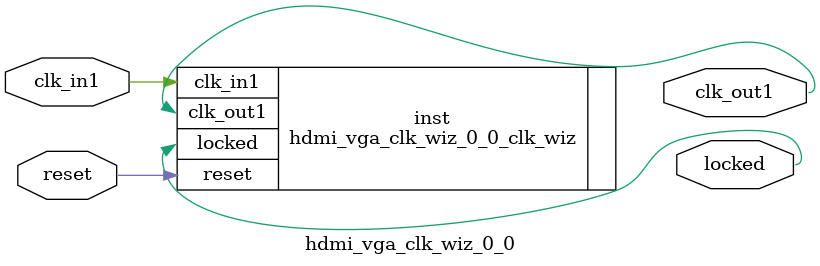
<source format=v>


`timescale 1ps/1ps

(* CORE_GENERATION_INFO = "hdmi_vga_clk_wiz_0_0,clk_wiz_v5_4_3_0,{component_name=hdmi_vga_clk_wiz_0_0,use_phase_alignment=true,use_min_o_jitter=false,use_max_i_jitter=false,use_dyn_phase_shift=false,use_inclk_switchover=false,use_dyn_reconfig=false,enable_axi=0,feedback_source=FDBK_AUTO,PRIMITIVE=PLL,num_out_clk=1,clkin1_period=8.000,clkin2_period=10.0,use_power_down=false,use_reset=true,use_locked=true,use_inclk_stopped=false,feedback_type=SINGLE,CLOCK_MGR_TYPE=NA,manual_override=false}" *)

module hdmi_vga_clk_wiz_0_0 
 (
  // Clock out ports
  output        clk_out1,
  // Status and control signals
  input         reset,
  output        locked,
 // Clock in ports
  input         clk_in1
 );

  hdmi_vga_clk_wiz_0_0_clk_wiz inst
  (
  // Clock out ports  
  .clk_out1(clk_out1),
  // Status and control signals               
  .reset(reset), 
  .locked(locked),
 // Clock in ports
  .clk_in1(clk_in1)
  );

endmodule

</source>
